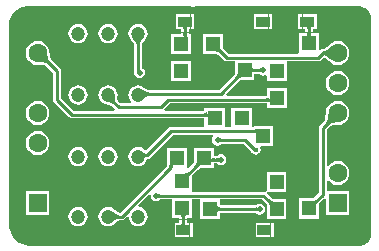
<source format=gbl>
G04*
G04 #@! TF.GenerationSoftware,Altium Limited,Altium Designer,22.0.2 (36)*
G04*
G04 Layer_Physical_Order=2*
G04 Layer_Color=16711680*
%FSTAX25Y25*%
%MOIN*%
G70*
G04*
G04 #@! TF.SameCoordinates,371D3646-10FE-40E0-BBDF-05722AEB6D60*
G04*
G04*
G04 #@! TF.FilePolarity,Positive*
G04*
G01*
G75*
%ADD10C,0.01000*%
%ADD24C,0.00197*%
%ADD25C,0.00004*%
%ADD26R,0.04724X0.03347*%
%ADD27R,0.05000X0.05118*%
%ADD28R,0.05118X0.05000*%
%ADD39R,0.06299X0.06299*%
%ADD40C,0.06299*%
%ADD41C,0.04724*%
%ADD42C,0.02000*%
%ADD43C,0.01700*%
G36*
X0315094Y0374594D02*
X0315094Y0374594D01*
X0423861Y03745D01*
X0424254Y0374574D01*
X0425053Y0374565D01*
X0425835Y03744D01*
X0426569Y0374086D01*
X0427229Y0373635D01*
X0427787Y0373063D01*
X0428224Y0372394D01*
X0428495Y0371719D01*
X0428594Y037126D01*
X0428594Y037126D01*
X0428594Y037126D01*
X0428594Y029876D01*
X0428545Y0298366D01*
X0428295Y0297612D01*
X0427903Y0296922D01*
X0427383Y0296322D01*
X0426756Y0295834D01*
X0426046Y0295478D01*
X0425281Y0295268D01*
X0424577Y0295217D01*
X0424094Y029526D01*
X0424094Y029526D01*
X0315094D01*
X0314454Y029526D01*
X0313198Y029551D01*
X0312016Y0296D01*
X0310951Y0296711D01*
X0310046Y0297616D01*
X0309334Y0298681D01*
X0308844Y0299864D01*
X0308594Y030112D01*
X0308594Y030176D01*
X0308594Y0368595D01*
X0308619Y036921D01*
X0308908Y0370408D01*
X0309424Y0371527D01*
X0310149Y0372523D01*
X0311055Y0373359D01*
X0312106Y0374002D01*
X0313262Y0374427D01*
X0314479Y0374619D01*
X0315094Y0374594D01*
D02*
G37*
%LPC*%
G36*
X0396182Y0371973D02*
X0389857D01*
Y0367027D01*
X0396182D01*
Y0371973D01*
D02*
G37*
G36*
X03415Y0368689D02*
X0340674Y0368581D01*
X0339905Y0368262D01*
X0339245Y0367755D01*
X0338738Y0367095D01*
X0338419Y0366325D01*
X0338311Y03655D01*
X0338419Y0364674D01*
X0338738Y0363905D01*
X0339245Y0363245D01*
X0339905Y0362738D01*
X0340674Y0362419D01*
X03415Y0362311D01*
X0342325Y0362419D01*
X0343095Y0362738D01*
X0343755Y0363245D01*
X0344262Y0363905D01*
X0344581Y0364674D01*
X0344689Y03655D01*
X0344581Y0366325D01*
X0344262Y0367095D01*
X0343755Y0367755D01*
X0343095Y0368262D01*
X0342325Y0368581D01*
X03415Y0368689D01*
D02*
G37*
G36*
X03315D02*
X0330675Y0368581D01*
X0329905Y0368262D01*
X0329245Y0367755D01*
X0328738Y0367095D01*
X0328419Y0366325D01*
X032831Y03655D01*
X0328419Y0364674D01*
X0328738Y0363905D01*
X0329245Y0363245D01*
X0329905Y0362738D01*
X0330675Y0362419D01*
X03315Y0362311D01*
X0332326Y0362419D01*
X0333095Y0362738D01*
X0333755Y0363245D01*
X0334262Y0363905D01*
X0334581Y0364674D01*
X0334689Y03655D01*
X0334581Y0366325D01*
X0334262Y0367095D01*
X0333755Y0367755D01*
X0333095Y0368262D01*
X0332326Y0368581D01*
X03315Y0368689D01*
D02*
G37*
G36*
X0411143Y0371973D02*
X0404818D01*
Y0367027D01*
X0407074D01*
Y0365567D01*
X04051D01*
Y0358849D01*
X040461Y0358825D01*
X038157D01*
X0380104Y0360292D01*
X0379951Y0360456D01*
X0379845Y0360588D01*
X0379804Y0360647D01*
Y0365376D01*
X0373204D01*
Y0358658D01*
X0377938D01*
X037797Y0358636D01*
X0378242Y0358404D01*
X0380084Y0356563D01*
X0380514Y0356275D01*
X0381021Y0356174D01*
X03837D01*
Y0351933D01*
X0383665Y0351883D01*
X0383439Y0351617D01*
X0378593Y034677D01*
X0354985D01*
X0354907Y0346783D01*
X035478Y0346816D01*
X0354629Y0346868D01*
X0354455Y034694D01*
X0354276Y0347025D01*
X0353561Y0347443D01*
X0353301Y0347618D01*
X035326Y0347635D01*
X0353095Y0347762D01*
X0352326Y0348081D01*
X03515Y0348189D01*
X0350675Y0348081D01*
X0349905Y0347762D01*
X0349245Y0347255D01*
X0348738Y0346595D01*
X0348419Y0345826D01*
X034831Y0345D01*
X0348419Y0344175D01*
X0348738Y0343405D01*
X0349183Y0342826D01*
X0349047Y0342325D01*
X0345549D01*
X0344785Y034309D01*
X0344741Y0343155D01*
X0344694Y0343246D01*
X0344654Y0343355D01*
X0344621Y0343486D01*
X0344597Y034364D01*
X0344585Y0343818D01*
X0344587Y034402D01*
X0344604Y0344245D01*
X034464Y0344514D01*
X0344636Y034459D01*
X0344689Y0345D01*
X0344581Y0345826D01*
X0344262Y0346595D01*
X0343755Y0347255D01*
X0343095Y0347762D01*
X0342325Y0348081D01*
X03415Y0348189D01*
X0340674Y0348081D01*
X0339905Y0347762D01*
X0339245Y0347255D01*
X0338738Y0346595D01*
X0338419Y0345826D01*
X0338311Y0345D01*
X0338419Y0344175D01*
X0338738Y0343405D01*
X0339245Y0342745D01*
X0339905Y0342238D01*
X0340674Y0341919D01*
X0340978Y0341879D01*
X0341044Y0341855D01*
X034136Y0341806D01*
X034163Y0341754D01*
X0342126Y034163D01*
X0342315Y0341567D01*
X0342485Y03415D01*
X0342626Y0341433D01*
X0342737Y0341369D01*
X0342803Y0341323D01*
X03438Y0340325D01*
X0343593Y0339826D01*
X0330049D01*
X0325826Y0344049D01*
Y0352914D01*
X0325725Y0353421D01*
X0325437Y0353852D01*
X032257Y0356719D01*
X0322498Y035683D01*
X0322417Y0356989D01*
X0322335Y0357195D01*
X0322255Y0357446D01*
X0322183Y0357724D01*
X0321994Y0358887D01*
X0321984Y0358999D01*
X0321984Y0359D01*
X0321983Y0359004D01*
X0321951Y035934D01*
X032193Y0359409D01*
X0321848Y0360031D01*
X032145Y0360992D01*
X0320817Y0361817D01*
X0319992Y036245D01*
X0319031Y0362848D01*
X0318Y0362984D01*
X0316969Y0362848D01*
X0316008Y036245D01*
X0315183Y0361817D01*
X031455Y0360992D01*
X0314152Y0360031D01*
X0314016Y0359D01*
X0314152Y0357969D01*
X031455Y0357008D01*
X0315183Y0356183D01*
X0316008Y035555D01*
X0316969Y0355152D01*
X0318Y0355016D01*
X0318327Y0355059D01*
X0318374Y0355053D01*
X0319197Y0355104D01*
X0319525Y03551D01*
X0319824Y0355078D01*
X0320086Y035504D01*
X0320309Y0354988D01*
X0320492Y0354927D01*
X0320638Y0354859D01*
X032075Y0354789D01*
X032076Y0354779D01*
X0323175Y0352365D01*
Y03435D01*
X0323275Y0342993D01*
X0323563Y0342563D01*
X0328563Y0337563D01*
X0328993Y0337275D01*
X03295Y0337175D01*
X0373641D01*
Y0334326D01*
X03625D01*
X0361993Y0334225D01*
X0361563Y0333937D01*
X0354295Y032667D01*
X0353796Y0326702D01*
X0353755Y0326755D01*
X0353095Y0327262D01*
X0352326Y0327581D01*
X03515Y032769D01*
X0350675Y0327581D01*
X0349905Y0327262D01*
X0349245Y0326755D01*
X0348738Y0326095D01*
X0348419Y0325325D01*
X034831Y03245D01*
X0348419Y0323675D01*
X0348738Y0322905D01*
X0349245Y0322245D01*
X0349905Y0321738D01*
X0350675Y0321419D01*
X03515Y032131D01*
X0352326Y0321419D01*
X0353095Y0321738D01*
X0353755Y0322245D01*
X0354262Y0322905D01*
X0354581Y0323675D01*
X0354581Y0323675D01*
X0354988Y0323756D01*
X0355418Y0324044D01*
X0363049Y0331675D01*
X0376435D01*
X037662Y0331174D01*
X0376304Y0330702D01*
X0376165Y033D01*
X0376304Y0329298D01*
X0376702Y0328702D01*
X0377298Y0328304D01*
X0378Y0328165D01*
X0378702Y0328304D01*
X0379248Y0328669D01*
X0379264Y0328672D01*
X0379298Y0328675D01*
X038668D01*
X0389089Y0326266D01*
X0389112Y0326152D01*
X0389477Y0325606D01*
X0390022Y0325241D01*
X0390666Y0325113D01*
X039131Y0325241D01*
X0391856Y0325606D01*
X039222Y0326152D01*
X0392349Y0326796D01*
X039222Y0327439D01*
X0392171Y0327514D01*
X0392438Y0328014D01*
X0396616D01*
Y0334732D01*
X0390842D01*
X0390823Y0334735D01*
X0390805Y0334732D01*
X0390016D01*
Y0334326D01*
X0389359D01*
Y03408D01*
X0382641D01*
Y0334326D01*
X0380359D01*
Y03408D01*
X0373641D01*
Y0339826D01*
X0360407D01*
X03602Y0340325D01*
X0362049Y0342175D01*
X0394475D01*
Y0340634D01*
X0401075D01*
Y0347352D01*
X0394475D01*
Y0344826D01*
X038105D01*
X0380859Y0345287D01*
X038522Y0349649D01*
X038539Y0349807D01*
X0385525Y0349916D01*
X0385565Y0349944D01*
X03903D01*
Y0351978D01*
X0391912D01*
X0391923Y0351976D01*
X0391949Y0351972D01*
X0392495Y0351607D01*
X0393197Y0351468D01*
X0393899Y0351607D01*
X0394034Y0351698D01*
X0394475Y0351462D01*
Y0349634D01*
X0401075D01*
Y0356174D01*
X04115D01*
X0412007Y0356275D01*
X0412437Y0356563D01*
X0413453Y0357579D01*
X0413616Y0357505D01*
X0413824Y0357389D01*
X0414051Y0357238D01*
X0414287Y0357058D01*
X0414834Y0356567D01*
X0415088Y0356308D01*
X0415183Y0356183D01*
X0416008Y035555D01*
X0416969Y0355152D01*
X0418Y0355016D01*
X0419031Y0355152D01*
X0419992Y035555D01*
X0420817Y0356183D01*
X042145Y0357008D01*
X0421848Y0357969D01*
X0421984Y0359D01*
X0421848Y0360031D01*
X042145Y0360992D01*
X0420817Y0361817D01*
X0419992Y036245D01*
X0419031Y0362848D01*
X0418Y0362984D01*
X0416969Y0362848D01*
X0416008Y036245D01*
X0415183Y0361817D01*
X0415093Y0361699D01*
X0414547Y0361163D01*
X0414295Y0360948D01*
X0414051Y0360762D01*
X0413824Y0360611D01*
X0413616Y0360494D01*
X0413428Y036041D01*
X0413264Y0360356D01*
X0413122Y0360326D01*
X0413109Y0360326D01*
X0413D01*
X0412493Y0360225D01*
X04122Y0360029D01*
X04117Y0360226D01*
Y0365567D01*
X0409726D01*
Y0367027D01*
X0411143D01*
Y0371973D01*
D02*
G37*
G36*
X0370182D02*
X0363857D01*
Y0367027D01*
X0365694D01*
Y0365418D01*
X0362621D01*
Y03587D01*
X0369221D01*
Y0365418D01*
X0368345D01*
Y0367027D01*
X0370182D01*
Y0371973D01*
D02*
G37*
G36*
X03515Y0368689D02*
X0350675Y0368581D01*
X0349905Y0368262D01*
X0349245Y0367755D01*
X0348738Y0367095D01*
X0348419Y0366325D01*
X034831Y03655D01*
X0348419Y0364674D01*
X0348738Y0363905D01*
X0349245Y0363245D01*
X0349303Y03632D01*
X0349645Y0362834D01*
X0349784Y0362662D01*
X0349904Y0362493D01*
X0350001Y0362337D01*
X0350074Y0362194D01*
X0350126Y0362067D01*
X035016Y0361955D01*
X0350174Y0361874D01*
Y0353271D01*
X0350224Y035302D01*
X0350232Y0352839D01*
X0350165Y03525D01*
X0350304Y0351798D01*
X0350702Y0351202D01*
X0351298Y0350804D01*
X0352Y0350665D01*
X0352702Y0350804D01*
X0353298Y0351202D01*
X0353696Y0351798D01*
X0353835Y03525D01*
X0353696Y0353202D01*
X0353298Y0353798D01*
X0352825Y0354113D01*
Y0361874D01*
X035284Y0361955D01*
X0352874Y0362067D01*
X0352926Y0362194D01*
X0352999Y0362337D01*
X0353096Y0362493D01*
X0353209Y0362653D01*
X0353537Y0363039D01*
X0353688Y0363193D01*
X0353755Y0363245D01*
X0354262Y0363905D01*
X0354581Y0364674D01*
X035469Y03655D01*
X0354581Y0366325D01*
X0354262Y0367095D01*
X0353755Y0367755D01*
X0353095Y0368262D01*
X0352326Y0368581D01*
X03515Y0368689D01*
D02*
G37*
G36*
X0369221Y0356418D02*
X0362621D01*
Y03497D01*
X0369221D01*
Y0356418D01*
D02*
G37*
G36*
X0418Y0352984D02*
X0416969Y0352848D01*
X0416008Y035245D01*
X0415183Y0351817D01*
X041455Y0350992D01*
X0414152Y0350031D01*
X0414016Y0349D01*
X0414152Y0347969D01*
X041455Y0347008D01*
X0415183Y0346183D01*
X0416008Y034555D01*
X0416969Y0345152D01*
X0418Y0345016D01*
X0419031Y0345152D01*
X0419992Y034555D01*
X0420817Y0346183D01*
X042145Y0347008D01*
X0421848Y0347969D01*
X0421984Y0349D01*
X0421848Y0350031D01*
X042145Y0350992D01*
X0420817Y0351817D01*
X0419992Y035245D01*
X0419031Y0352848D01*
X0418Y0352984D01*
D02*
G37*
G36*
X03315Y0348189D02*
X0330675Y0348081D01*
X0329905Y0347762D01*
X0329245Y0347255D01*
X0328738Y0346595D01*
X0328419Y0345826D01*
X032831Y0345D01*
X0328419Y0344175D01*
X0328738Y0343405D01*
X0329245Y0342745D01*
X0329905Y0342238D01*
X0330675Y0341919D01*
X03315Y034181D01*
X0332326Y0341919D01*
X0333095Y0342238D01*
X0333755Y0342745D01*
X0334262Y0343405D01*
X0334581Y0344175D01*
X0334689Y0345D01*
X0334581Y0345826D01*
X0334262Y0346595D01*
X0333755Y0347255D01*
X0333095Y0347762D01*
X0332326Y0348081D01*
X03315Y0348189D01*
D02*
G37*
G36*
X0418Y0342984D02*
X0416969Y0342848D01*
X0416008Y034245D01*
X0415183Y0341817D01*
X041455Y0340992D01*
X0414152Y0340031D01*
X0414016Y0339D01*
X0414034Y0338864D01*
X0414032Y0338537D01*
X0413982Y0337765D01*
X0413939Y0337455D01*
X0413883Y0337175D01*
X0413818Y0336937D01*
X0413747Y0336741D01*
X0413672Y0336588D01*
X04136Y0336475D01*
X0413596Y033647D01*
X0412063Y0334937D01*
X0411775Y0334507D01*
X0411674Y0334D01*
Y031234D01*
X041018Y0310845D01*
X041001Y0310687D01*
X0409875Y0310578D01*
X0409835Y031055D01*
X04051D01*
Y0303832D01*
X04117D01*
Y0308561D01*
X0411735Y0308611D01*
X0411961Y0308877D01*
X041355Y0310467D01*
X041405Y0310259D01*
Y030505D01*
X042195D01*
Y031295D01*
X0414326D01*
Y0316479D01*
X0414825Y0316649D01*
X0415183Y0316183D01*
X0416008Y031555D01*
X0416969Y0315152D01*
X0418Y0315016D01*
X0419031Y0315152D01*
X0419992Y031555D01*
X0420817Y0316183D01*
X042145Y0317008D01*
X0421848Y0317969D01*
X0421984Y0319D01*
X0421848Y0320031D01*
X042145Y0320992D01*
X0420817Y0321817D01*
X0419992Y032245D01*
X0419031Y0322848D01*
X0418Y0322984D01*
X0416969Y0322848D01*
X0416008Y032245D01*
X0415183Y0321817D01*
X0414825Y0321351D01*
X0414326Y032152D01*
Y0333451D01*
X041547Y0334596D01*
X0415475Y03346D01*
X0415588Y0334672D01*
X0415741Y0334747D01*
X0415937Y0334818D01*
X0416175Y0334883D01*
X0416455Y0334939D01*
X0416765Y0334982D01*
X0417537Y0335032D01*
X0417864Y0335034D01*
X0418Y0335016D01*
X0419031Y0335152D01*
X0419992Y033555D01*
X0420817Y0336183D01*
X042145Y0337008D01*
X0421848Y0337969D01*
X0421984Y0339D01*
X0421848Y0340031D01*
X042145Y0340992D01*
X0420817Y0341817D01*
X0419992Y034245D01*
X0419031Y0342848D01*
X0418Y0342984D01*
D02*
G37*
G36*
X0318D02*
X0316969Y0342848D01*
X0316008Y034245D01*
X0315183Y0341817D01*
X031455Y0340992D01*
X0314152Y0340031D01*
X0314016Y0339D01*
X0314152Y0337969D01*
X031455Y0337008D01*
X0315183Y0336183D01*
X0316008Y033555D01*
X0316969Y0335152D01*
X0318Y0335016D01*
X0319031Y0335152D01*
X0319992Y033555D01*
X0320817Y0336183D01*
X032145Y0337008D01*
X0321848Y0337969D01*
X0321984Y0339D01*
X0321848Y0340031D01*
X032145Y0340992D01*
X0320817Y0341817D01*
X0319992Y034245D01*
X0319031Y0342848D01*
X0318Y0342984D01*
D02*
G37*
G36*
Y0332984D02*
X0316969Y0332848D01*
X0316008Y033245D01*
X0315183Y0331817D01*
X031455Y0330992D01*
X0314152Y0330031D01*
X0314016Y0329D01*
X0314152Y0327969D01*
X031455Y0327008D01*
X0315183Y0326183D01*
X0316008Y032555D01*
X0316969Y0325152D01*
X0318Y0325016D01*
X0319031Y0325152D01*
X0319992Y032555D01*
X0320817Y0326183D01*
X032145Y0327008D01*
X0321848Y0327969D01*
X0321984Y0329D01*
X0321848Y0330031D01*
X032145Y0330992D01*
X0320817Y0331817D01*
X0319992Y033245D01*
X0319031Y0332848D01*
X0318Y0332984D01*
D02*
G37*
G36*
X03415Y032769D02*
X0340674Y0327581D01*
X0339905Y0327262D01*
X0339245Y0326755D01*
X0338738Y0326095D01*
X0338419Y0325325D01*
X0338311Y03245D01*
X0338419Y0323675D01*
X0338738Y0322905D01*
X0339245Y0322245D01*
X0339905Y0321738D01*
X0340674Y0321419D01*
X03415Y032131D01*
X0342325Y0321419D01*
X0343095Y0321738D01*
X0343755Y0322245D01*
X0344262Y0322905D01*
X0344581Y0323675D01*
X0344689Y03245D01*
X0344581Y0325325D01*
X0344262Y0326095D01*
X0343755Y0326755D01*
X0343095Y0327262D01*
X0342325Y0327581D01*
X03415Y032769D01*
D02*
G37*
G36*
X03315D02*
X0330675Y0327581D01*
X0329905Y0327262D01*
X0329245Y0326755D01*
X0328738Y0326095D01*
X0328419Y0325325D01*
X032831Y03245D01*
X0328419Y0323675D01*
X0328738Y0322905D01*
X0329245Y0322245D01*
X0329905Y0321738D01*
X0330675Y0321419D01*
X03315Y032131D01*
X0332326Y0321419D01*
X0333095Y0321738D01*
X0333755Y0322245D01*
X0334262Y0322905D01*
X0334581Y0323675D01*
X0334689Y03245D01*
X0334581Y0325325D01*
X0334262Y0326095D01*
X0333755Y0326755D01*
X0333095Y0327262D01*
X0332326Y0327581D01*
X03315Y032769D01*
D02*
G37*
G36*
X0376859Y03273D02*
X0370141D01*
Y0322849D01*
X0370139Y0322842D01*
X0370141Y0322827D01*
Y0322486D01*
X0370123Y032246D01*
X0369888Y0322184D01*
X0368327Y0320623D01*
X0368288Y0320642D01*
X0368288Y0320642D01*
X0367859Y0320862D01*
X0367859Y0321133D01*
Y03273D01*
X0361141D01*
Y0322128D01*
X0361116Y0322D01*
Y032149D01*
X0345451Y0305825D01*
X0345126D01*
X0345045Y030584D01*
X0344933Y0305874D01*
X0344806Y0305926D01*
X0344663Y0305999D01*
X0344507Y0306096D01*
X0344347Y0306209D01*
X0343961Y0306537D01*
X0343807Y0306688D01*
X0343755Y0306755D01*
X0343095Y0307262D01*
X0342325Y0307581D01*
X03415Y0307689D01*
X0340674Y0307581D01*
X0339905Y0307262D01*
X0339245Y0306755D01*
X0338738Y0306095D01*
X0338419Y0305326D01*
X0338311Y03045D01*
X0338419Y0303675D01*
X0338738Y0302905D01*
X0339245Y0302245D01*
X0339905Y0301738D01*
X0340674Y0301419D01*
X03415Y030131D01*
X0342325Y0301419D01*
X0343095Y0301738D01*
X0343755Y0302245D01*
X03438Y0302303D01*
X0344166Y0302645D01*
X0344338Y0302784D01*
X0344507Y0302905D01*
X0344663Y0303001D01*
X0344806Y0303074D01*
X0344933Y0303126D01*
X0345045Y030316D01*
X0345126Y0303174D01*
X0346D01*
X0346507Y0303275D01*
X0346937Y0303563D01*
X0347817Y0304442D01*
X0348342Y030426D01*
X0348419Y0303675D01*
X0348738Y0302905D01*
X0349245Y0302245D01*
X0349905Y0301738D01*
X0350675Y0301419D01*
X03515Y030131D01*
X0352326Y0301419D01*
X0353095Y0301738D01*
X0353755Y0302245D01*
X0354262Y0302905D01*
X0354581Y0303675D01*
X035469Y03045D01*
X0354581Y0305326D01*
X0354262Y0306095D01*
X0353755Y0306755D01*
X0353095Y0307262D01*
X0352326Y0307581D01*
X035174Y0307658D01*
X0351558Y0308183D01*
X0355225Y031185D01*
X0355685Y0311604D01*
X0355665Y03115D01*
X0355804Y0310798D01*
X0356202Y0310202D01*
X0356798Y0309804D01*
X03575Y0309665D01*
X0358202Y0309804D01*
X0358748Y0310169D01*
X0358764Y0310172D01*
X0358798Y0310174D01*
X0362779D01*
Y0304082D01*
X0365194D01*
Y0302473D01*
X0363357D01*
Y0297527D01*
X0369682D01*
Y0302473D01*
X0367845D01*
Y0304082D01*
X0369379D01*
Y0310174D01*
X03722D01*
Y0303641D01*
X03788D01*
Y0305675D01*
X0390715D01*
X0390726Y0305673D01*
X0390752Y0305669D01*
X0391298Y0305304D01*
X0392Y0305165D01*
X0392702Y0305304D01*
X0393298Y0305702D01*
X0393696Y0306298D01*
X0393835Y0307D01*
X0393696Y0307702D01*
X0393298Y0308298D01*
X0392702Y0308696D01*
X0392Y0308835D01*
X0391298Y0308696D01*
X0390752Y0308331D01*
X0390736Y0308328D01*
X0390702Y0308326D01*
X03788D01*
Y0310174D01*
X0392752D01*
X0394069Y0308857D01*
X0394222Y0308693D01*
X0394328Y0308561D01*
X039437Y0308502D01*
Y0303773D01*
X040097D01*
Y0310491D01*
X0396235D01*
X0396204Y0310513D01*
X0395931Y0310745D01*
X0394403Y0312273D01*
X039461Y0312772D01*
X0394796Y0312773D01*
X040097D01*
Y0319491D01*
X039437D01*
Y0313185D01*
X039437Y0312951D01*
X039392Y031265D01*
X0393808Y0312725D01*
X0393301Y0312825D01*
X0369773D01*
X0369379Y0313082D01*
X0369379Y0313326D01*
Y0317873D01*
X0369407Y0317913D01*
X0369636Y0318183D01*
X0371619Y0320165D01*
X0371993Y0320495D01*
X0372154Y0320617D01*
X037228Y03207D01*
X0376859D01*
Y0322175D01*
X0377757D01*
X0377768Y0322173D01*
X0377794Y0322169D01*
X037834Y0321804D01*
X0379042Y0321665D01*
X0379745Y0321804D01*
X038034Y0322202D01*
X0380738Y0322798D01*
X0380877Y03235D01*
X0380738Y0324202D01*
X038034Y0324798D01*
X0379745Y0325196D01*
X0379042Y0325335D01*
X037834Y0325196D01*
X0377794Y0324831D01*
X0377778Y0324828D01*
X0377745Y0324826D01*
X0376859D01*
Y03273D01*
D02*
G37*
G36*
X032195Y031295D02*
X031405D01*
Y030505D01*
X032195D01*
Y031295D01*
D02*
G37*
G36*
X03315Y0307689D02*
X0330675Y0307581D01*
X0329905Y0307262D01*
X0329245Y0306755D01*
X0328738Y0306095D01*
X0328419Y0305326D01*
X032831Y03045D01*
X0328419Y0303675D01*
X0328738Y0302905D01*
X0329245Y0302245D01*
X0329905Y0301738D01*
X0330675Y0301419D01*
X03315Y030131D01*
X0332326Y0301419D01*
X0333095Y0301738D01*
X0333755Y0302245D01*
X0334262Y0302905D01*
X0334581Y0303675D01*
X0334689Y03045D01*
X0334581Y0305326D01*
X0334262Y0306095D01*
X0333755Y0306755D01*
X0333095Y0307262D01*
X0332326Y0307581D01*
X03315Y0307689D01*
D02*
G37*
G36*
X0396682Y0302473D02*
X0390357D01*
Y0297527D01*
X0396682D01*
Y0302473D01*
D02*
G37*
%LPD*%
G36*
X0409305Y0367841D02*
X040922Y036781D01*
X0409145Y036776D01*
X040908Y0367689D01*
X0409025Y0367598D01*
X040898Y0367487D01*
X0408945Y0367355D01*
X040892Y0367203D01*
X0408905Y0367031D01*
X04089Y0366839D01*
X04079D01*
X0407895Y0367031D01*
X040788Y0367203D01*
X0407855Y0367355D01*
X040782Y0367487D01*
X0407775Y0367598D01*
X040772Y0367689D01*
X0407655Y036776D01*
X040758Y036781D01*
X0407495Y0367841D01*
X04074Y0367851D01*
X04094D01*
X0409305Y0367841D01*
D02*
G37*
G36*
X0408905Y0365563D02*
X040892Y036539D01*
X0408945Y0365239D01*
X040898Y0365107D01*
X0409025Y0364996D01*
X040908Y0364905D01*
X0409145Y0364834D01*
X040922Y0364783D01*
X0409305Y0364753D01*
X04094Y0364743D01*
X04074D01*
X0407495Y0364753D01*
X040758Y0364783D01*
X0407655Y0364834D01*
X040772Y0364905D01*
X0407775Y0364996D01*
X040782Y0365107D01*
X0407855Y0365239D01*
X040788Y036539D01*
X0407895Y0365563D01*
X04079Y0365755D01*
X04089D01*
X0408905Y0365563D01*
D02*
G37*
G36*
X0408902Y0363566D02*
X0408918Y0363373D01*
X0408932Y0363287D01*
X040895Y0363208D01*
X0408972Y0363136D01*
X0408998Y0363072D01*
X0409028Y0363015D01*
X0409062Y0362965D01*
X04091Y0362922D01*
X04077D01*
X0407738Y0362965D01*
X0407772Y0363015D01*
X0407802Y0363072D01*
X0407828Y0363136D01*
X040785Y0363208D01*
X0407868Y0363287D01*
X0407882Y0363373D01*
X0407892Y0363466D01*
X04079Y0363674D01*
X04089D01*
X0408902Y0363566D01*
D02*
G37*
G36*
X0377507Y036195D02*
X0377519Y0361891D01*
X0377538Y0361829D01*
X0377565Y0361765D01*
X03776Y0361699D01*
X0377643Y0361631D01*
X0377694Y036156D01*
X0377753Y0361487D01*
X0377894Y0361334D01*
X0377187Y0360627D01*
X0377109Y0360702D01*
X0376961Y0360827D01*
X037689Y0360878D01*
X0376822Y0360921D01*
X0376756Y0360956D01*
X0376692Y0360983D01*
X037663Y0361003D01*
X0376571Y0361014D01*
X0376514Y0361017D01*
X0377504Y0362007D01*
X0377507Y036195D01*
D02*
G37*
G36*
X0378927Y0360864D02*
X0378902Y0360771D01*
X0378905Y0360664D01*
X0378935Y0360543D01*
X0378993Y0360409D01*
X0379079Y0360261D01*
X0379192Y0360099D01*
X0379333Y0359923D01*
X0379699Y0359529D01*
X0379051Y0358763D01*
X0378842Y0358965D01*
X0378469Y0359282D01*
X0378306Y0359397D01*
X0378157Y0359484D01*
X0378023Y0359541D01*
X0377904Y035957D01*
X03778Y035957D01*
X0377711Y035954D01*
X0377637Y0359482D01*
X037898Y0360944D01*
X0378927Y0360864D01*
D02*
G37*
G36*
X0415707Y0356841D02*
X0415399Y0357156D01*
X0414807Y0357687D01*
X0414524Y0357903D01*
X0414249Y0358085D01*
X0413983Y0358235D01*
X0413725Y0358351D01*
X0413475Y0358434D01*
X0413234Y0358483D01*
X0413001Y03585D01*
Y03595D01*
X0413234Y0359517D01*
X0413475Y0359566D01*
X0413725Y0359649D01*
X0413983Y0359765D01*
X0414249Y0359915D01*
X0414524Y0360097D01*
X0414807Y0360313D01*
X0415099Y0360562D01*
X0415707Y0361159D01*
Y0356841D01*
D02*
G37*
G36*
X0321185Y0358782D02*
X0321384Y0357557D01*
X0321471Y035722D01*
X0321567Y0356919D01*
X0321673Y0356653D01*
X032179Y0356423D01*
X0321916Y0356228D01*
X0322052Y0356069D01*
X0321412Y0355295D01*
X0321236Y0355446D01*
X032103Y0355576D01*
X0320795Y0355686D01*
X032053Y0355774D01*
X0320236Y0355842D01*
X0319913Y0355889D01*
X031956Y0355915D01*
X0319177Y035592D01*
X0318324Y0355867D01*
X0321139Y0359261D01*
X0321185Y0358782D01*
D02*
G37*
G36*
X0392483Y0352603D02*
X039244Y0352641D01*
X039239Y0352675D01*
X0392333Y0352705D01*
X0392268Y0352731D01*
X0392197Y0352753D01*
X0392118Y0352771D01*
X0392032Y0352785D01*
X0391939Y0352795D01*
X0391731Y0352803D01*
Y0353803D01*
X0391839Y0353805D01*
X0392032Y0353821D01*
X0392118Y0353835D01*
X0392197Y0353853D01*
X0392268Y0353875D01*
X0392333Y0353901D01*
X039239Y0353931D01*
X039244Y0353965D01*
X0392483Y0354003D01*
Y0352603D01*
D02*
G37*
G36*
X0389498Y0354208D02*
X0389528Y0354123D01*
X0389578Y0354048D01*
X0389648Y0353983D01*
X0389738Y0353928D01*
X0389848Y0353883D01*
X0389978Y0353848D01*
X0390128Y0353823D01*
X0390298Y0353808D01*
X0390488Y0353803D01*
Y0352803D01*
X0390298Y0352798D01*
X0390128Y0352783D01*
X0389978Y0352758D01*
X0389848Y0352723D01*
X0389738Y0352678D01*
X0389648Y0352623D01*
X0389578Y0352558D01*
X0389528Y0352483D01*
X0389498Y0352398D01*
X0389488Y0352303D01*
Y0354303D01*
X0389498Y0354208D01*
D02*
G37*
G36*
X0385867Y0350768D02*
X0385793Y0350826D01*
X0385704Y0350855D01*
X03856Y0350855D01*
X0385481Y0350827D01*
X0385347Y0350769D01*
X0385198Y0350683D01*
X0385034Y0350568D01*
X0384856Y0350424D01*
X0384453Y0350049D01*
X0383805Y0350815D01*
X0384001Y0351019D01*
X0384312Y0351384D01*
X0384425Y0351546D01*
X0384511Y0351695D01*
X0384569Y0351829D01*
X0384599Y035195D01*
X0384602Y0352057D01*
X0384577Y035215D01*
X0384524Y0352229D01*
X0385867Y0350768D01*
D02*
G37*
G36*
X0353127Y0346752D02*
X0353894Y0346304D01*
X0354124Y0346194D01*
X0354341Y0346104D01*
X0354546Y0346035D01*
X0354737Y0345985D01*
X0354916Y0345955D01*
X0355082Y0345945D01*
X0355279Y0344945D01*
X0355084Y0344932D01*
X0354893Y0344895D01*
X0354704Y0344832D01*
X0354519Y0344745D01*
X0354336Y0344632D01*
X0354156Y0344495D01*
X035398Y0344332D01*
X0353806Y0344144D01*
X0353636Y0343932D01*
X0353468Y0343694D01*
X0352845Y0346942D01*
X0353127Y0346752D01*
D02*
G37*
G36*
X0395287Y03425D02*
X0395277Y0342595D01*
X0395247Y034268D01*
X0395197Y0342755D01*
X0395127Y034282D01*
X0395037Y0342875D01*
X0394927Y034292D01*
X0394797Y0342955D01*
X0394647Y034298D01*
X0394477Y0342995D01*
X0394287Y0343D01*
Y0344D01*
X0394477Y0344005D01*
X0394647Y034402D01*
X0394797Y0344045D01*
X0394927Y034408D01*
X0395037Y0344125D01*
X0395127Y034418D01*
X0395197Y0344245D01*
X0395247Y034432D01*
X0395277Y0344405D01*
X0395287Y03445D01*
Y03425D01*
D02*
G37*
G36*
X0343793Y034433D02*
X0343772Y0344054D01*
X034377Y0343794D01*
X0343786Y0343551D01*
X0343821Y0343323D01*
X0343874Y0343113D01*
X0343946Y0342919D01*
X0344036Y0342741D01*
X0344145Y0342579D01*
X0344273Y0342434D01*
X0343456Y0341837D01*
X0343328Y034195D01*
X0343178Y0342057D01*
X0343005Y0342156D01*
X034281Y0342249D01*
X0342593Y0342335D01*
X0342353Y0342414D01*
X0341806Y0342551D01*
X0341499Y034261D01*
X034117Y0342661D01*
X0343832Y0344623D01*
X0343793Y034433D01*
D02*
G37*
G36*
X0374465Y03375D02*
X0374455Y0337595D01*
X0374425Y033768D01*
X0374374Y0337755D01*
X0374303Y033782D01*
X0374212Y0337875D01*
X0374101Y033792D01*
X0373969Y0337955D01*
X0373817Y033798D01*
X0373645Y0337995D01*
X0373453Y0338D01*
Y0339D01*
X0373645Y0339005D01*
X0373817Y033902D01*
X0373969Y0339045D01*
X0374101Y033908D01*
X0374212Y0339125D01*
X0374303Y033918D01*
X0374374Y0339245D01*
X0374425Y033932D01*
X0374455Y0339405D01*
X0374465Y03395D01*
Y03375D01*
D02*
G37*
G36*
X039084Y0332D02*
X0390829Y0332095D01*
X0390798Y033218D01*
X0390747Y0332255D01*
X0390676Y033232D01*
X0390585Y0332375D01*
X0390474Y033242D01*
X0390342Y0332455D01*
X0390191Y033248D01*
X0390019Y0332495D01*
X0389828Y03325D01*
Y03335D01*
X0390018Y0333504D01*
X0390338Y0333538D01*
X0390468Y0333567D01*
X0390578Y0333605D01*
X0390668Y0333651D01*
X0390738Y0333706D01*
X0390788Y0333769D01*
X0390818Y033384D01*
X0390828Y033392D01*
X039084Y0332D01*
D02*
G37*
G36*
X039271Y0332688D02*
X0392858Y0332563D01*
X0392929Y0332512D01*
X0392997Y0332469D01*
X0393064Y0332434D01*
X0393127Y0332407D01*
X0393189Y0332387D01*
X0393249Y0332376D01*
X0393306Y0332373D01*
X0392316Y0331383D01*
X0392312Y033144D01*
X0392301Y0331499D01*
X0392282Y0331561D01*
X0392255Y0331625D01*
X039222Y0331691D01*
X0392177Y0331759D01*
X0392126Y033183D01*
X0392067Y0331903D01*
X0391926Y0332056D01*
X0392633Y0332763D01*
X039271Y0332688D01*
D02*
G37*
G36*
X0378757Y0330662D02*
X0378807Y0330628D01*
X0378864Y0330598D01*
X0378928Y0330572D01*
X0379Y033055D01*
X0379079Y0330532D01*
X0379165Y0330518D01*
X0379258Y0330508D01*
X0379466Y03305D01*
Y03295D01*
X0379358Y0329498D01*
X0379165Y0329482D01*
X0379079Y0329468D01*
X0379Y032945D01*
X0378928Y0329428D01*
X0378864Y0329402D01*
X0378807Y0329372D01*
X0378757Y0329338D01*
X0378714Y03293D01*
Y03307D01*
X0378757Y0330662D01*
D02*
G37*
G36*
X0390059Y032788D02*
X0390239Y0327727D01*
X0390291Y0327692D01*
X039034Y0327663D01*
X0390384Y0327643D01*
X0390424Y032763D01*
X0390461Y0327625D01*
X0390493Y0327628D01*
X0389831Y032664D01*
X0389825Y0326655D01*
X0389812Y0326677D01*
X0389792Y0326704D01*
X0389732Y0326777D01*
X038959Y032693D01*
X0389461Y0327061D01*
X0389991Y0327946D01*
X0390059Y032788D01*
D02*
G37*
G36*
X0353559Y0325672D02*
X0353608Y0325632D01*
X035367Y0325597D01*
X0353746Y0325566D01*
X0353835Y032554D01*
X0353937Y0325519D01*
X0354053Y0325502D01*
X0354325Y0325483D01*
X0354481Y0325481D01*
Y0324481D01*
X0354366Y0324478D01*
X0354263Y0324469D01*
X0354171Y0324455D01*
X035409Y0324434D01*
X0354021Y0324408D01*
X0353962Y0324377D01*
X0353916Y0324339D01*
X035388Y0324295D01*
X0353855Y0324246D01*
X0353842Y0324191D01*
X0353524Y0325717D01*
X0353559Y0325672D01*
D02*
G37*
G36*
X0367682Y0368743D02*
X0367648Y0368693D01*
X0367618Y0368636D01*
X0367592Y0368571D01*
X036757Y03685D01*
X0367552Y0368421D01*
X0367538Y0368335D01*
X0367528Y0368242D01*
X036752Y0368034D01*
X036652D01*
X0366518Y0368142D01*
X0366502Y0368335D01*
X0366488Y0368421D01*
X036647Y03685D01*
X0366448Y0368571D01*
X0366422Y0368636D01*
X0366392Y0368693D01*
X0366358Y0368743D01*
X036632Y0368786D01*
X036772D01*
X0367682Y0368743D01*
D02*
G37*
G36*
X0367925Y0367829D02*
X036784Y0367799D01*
X0367765Y0367749D01*
X03677Y0367679D01*
X0367645Y0367589D01*
X03676Y0367479D01*
X0367565Y0367349D01*
X036754Y0367199D01*
X0367525Y0367029D01*
X036752Y0366839D01*
X036652D01*
X0366515Y0367029D01*
X03665Y0367199D01*
X0366475Y0367349D01*
X036644Y0367479D01*
X0366395Y0367589D01*
X036634Y0367679D01*
X0366275Y0367749D01*
X03662Y0367799D01*
X0366115Y0367829D01*
X036602Y0367839D01*
X036802D01*
X0367925Y0367829D01*
D02*
G37*
G36*
X0367525Y0365414D02*
X036754Y0365242D01*
X0367565Y036509D01*
X03676Y0364958D01*
X0367645Y0364847D01*
X03677Y0364756D01*
X0367765Y0364685D01*
X036784Y0364634D01*
X0367925Y0364604D01*
X036802Y0364594D01*
X036602D01*
X0366115Y0364604D01*
X03662Y0364634D01*
X0366275Y0364685D01*
X036634Y0364756D01*
X0366395Y0364847D01*
X036644Y0364958D01*
X0366475Y036509D01*
X03665Y0365242D01*
X0366515Y0365414D01*
X036652Y0365606D01*
X036752D01*
X0367525Y0365414D01*
D02*
G37*
G36*
X0352934Y0363589D02*
X0352565Y0363155D01*
X0352415Y0362944D01*
X0352288Y0362738D01*
X0352185Y0362536D01*
X0352104Y0362339D01*
X0352046Y0362146D01*
X0352011Y0361958D01*
X0352Y0361774D01*
X0351D01*
X0350989Y0361958D01*
X0350954Y0362146D01*
X0350896Y0362339D01*
X0350815Y0362536D01*
X0350712Y0362738D01*
X0350585Y0362944D01*
X0350435Y0363155D01*
X0350262Y036337D01*
X0349847Y0363813D01*
X0353153D01*
X0352934Y0363589D01*
D02*
G37*
G36*
X0352003Y0353992D02*
X035201Y0353893D01*
X0352022Y0353805D01*
X035204Y0353727D01*
X0352062Y0353658D01*
X035209Y03536D01*
X0352122Y0353552D01*
X035216Y0353514D01*
X0352202Y0353486D01*
X0352249Y0353468D01*
X035105Y0352812D01*
X0351Y0353966D01*
X0352Y03541D01*
X0352003Y0353992D01*
D02*
G37*
G36*
X0417969Y0335851D02*
X0417507Y0335847D01*
X0416682Y0335794D01*
X0416319Y0335744D01*
X0415987Y0335678D01*
X0415689Y0335596D01*
X0415422Y0335498D01*
X0415189Y0335385D01*
X0414987Y0335256D01*
X0414818Y0335111D01*
X0414111Y0335818D01*
X0414256Y0335987D01*
X0414385Y0336189D01*
X0414498Y0336422D01*
X0414596Y0336689D01*
X0414678Y0336987D01*
X0414744Y0337319D01*
X0414794Y0337683D01*
X0414848Y0338507D01*
X0414851Y0338968D01*
X0417969Y0335851D01*
D02*
G37*
G36*
X0411595Y0309679D02*
X0411399Y0309475D01*
X0411089Y0309109D01*
X0410975Y0308947D01*
X0410889Y0308799D01*
X0410831Y0308664D01*
X0410801Y0308544D01*
X0410798Y0308437D01*
X0410823Y0308344D01*
X0410876Y0308264D01*
X0409533Y0309726D01*
X0409607Y0309668D01*
X0409696Y0309639D01*
X04098Y0309638D01*
X0409919Y0309667D01*
X0410053Y0309724D01*
X0410202Y0309811D01*
X0410366Y0309926D01*
X0410544Y031007D01*
X0410947Y0310445D01*
X0411595Y0309679D01*
D02*
G37*
G36*
X040979Y0307874D02*
X0409716Y0307796D01*
X040959Y0307648D01*
X0409539Y0307577D01*
X0409496Y0307509D01*
X0409461Y0307443D01*
X0409434Y0307379D01*
X0409415Y0307317D01*
X0409403Y0307258D01*
X04094Y0307201D01*
X040841Y030819D01*
X0408467Y0308194D01*
X0408527Y0308205D01*
X0408588Y0308225D01*
X0408652Y0308252D01*
X0408718Y0308287D01*
X0408787Y030833D01*
X0408857Y0308381D01*
X040893Y0308439D01*
X0409083Y0308581D01*
X040979Y0307874D01*
D02*
G37*
G36*
X0378328Y03228D02*
X0378285Y0322838D01*
X0378235Y0322872D01*
X0378178Y0322902D01*
X0378114Y0322928D01*
X0378042Y032295D01*
X0377963Y0322968D01*
X0377877Y0322982D01*
X0377784Y0322992D01*
X0377576Y0323D01*
Y0324D01*
X0377684Y0324002D01*
X0377877Y0324018D01*
X0377963Y0324032D01*
X0378042Y032405D01*
X0378114Y0324072D01*
X0378178Y0324098D01*
X0378235Y0324128D01*
X0378285Y0324162D01*
X0378328Y03242D01*
Y03228D01*
D02*
G37*
G36*
X0376045Y0324405D02*
X0376076Y032432D01*
X0376126Y0324245D01*
X0376197Y032418D01*
X0376288Y0324125D01*
X0376399Y032408D01*
X0376531Y0324045D01*
X0376683Y032402D01*
X0376855Y0324005D01*
X0377047Y0324D01*
Y0323D01*
X0376855Y0322995D01*
X0376683Y032298D01*
X0376531Y0322955D01*
X0376399Y032292D01*
X0376288Y0322875D01*
X0376197Y032282D01*
X0376126Y0322755D01*
X0376076Y032268D01*
X0376045Y0322595D01*
X0376035Y03225D01*
Y03245D01*
X0376045Y0324405D01*
D02*
G37*
G36*
X0372505Y0321512D02*
X0372417Y0321559D01*
X037231Y0321572D01*
X0372183Y0321551D01*
X0372036Y0321495D01*
X0371869Y0321406D01*
X0371682Y0321283D01*
X0371476Y0321126D01*
X0371003Y032071D01*
X0370737Y0320451D01*
X0370246Y0321374D01*
X037045Y0321585D01*
X0370769Y0321961D01*
X0370885Y0322126D01*
X037097Y0322275D01*
X0371026Y0322409D01*
X0371052Y0322527D01*
X0371049Y032263D01*
X0371016Y0322717D01*
X0370953Y0322788D01*
X0372505Y0321512D01*
D02*
G37*
G36*
X0362999Y0321506D02*
X0362986Y0321489D01*
X0362976Y0321461D01*
X0362966Y0321421D01*
X0362959Y0321369D01*
X0362947Y0321232D01*
X0362941Y0320941D01*
X0361941D01*
X0361953Y0321512D01*
X0363012D01*
X0362999Y0321506D01*
D02*
G37*
G36*
X0369274Y0318988D02*
X0369075Y0318782D01*
X0368761Y0318413D01*
X0368647Y031825D01*
X0368561Y0318101D01*
X0368503Y0317967D01*
X0368474Y0317847D01*
X0368472Y0317742D01*
X0368499Y0317651D01*
X0368555Y0317574D01*
X0367153Y0318976D01*
X0367229Y0318921D01*
X036732Y0318894D01*
X0367426Y0318895D01*
X0367546Y0318924D01*
X036768Y0318982D01*
X0367829Y0319068D01*
X0367992Y0319182D01*
X0368169Y0319325D01*
X0368567Y0319695D01*
X0369274Y0318988D01*
D02*
G37*
G36*
X0358257Y0312162D02*
X0358307Y0312128D01*
X0358364Y0312098D01*
X0358429Y0312072D01*
X03585Y031205D01*
X0358579Y0312032D01*
X0358665Y0312018D01*
X0358758Y0312008D01*
X0358966Y0312D01*
Y0311D01*
X0358858Y0310998D01*
X0358665Y0310982D01*
X0358579Y0310968D01*
X03585Y031095D01*
X0358429Y0310928D01*
X0358364Y0310902D01*
X0358307Y0310872D01*
X0358257Y0310838D01*
X0358214Y03108D01*
Y03122D01*
X0358257Y0312162D01*
D02*
G37*
G36*
X0395331Y0310184D02*
X0395704Y0309867D01*
X0395868Y0309752D01*
X0396017Y0309665D01*
X0396151Y0309608D01*
X039627Y0309579D01*
X0396374Y0309579D01*
X0396463Y0309609D01*
X0396537Y0309667D01*
X0395194Y0308205D01*
X0395246Y0308285D01*
X0395271Y0308378D01*
X0395269Y0308485D01*
X0395238Y0308606D01*
X039518Y030874D01*
X0395094Y0308888D01*
X0394981Y030905D01*
X039484Y0309226D01*
X0394475Y030962D01*
X0395123Y0310386D01*
X0395331Y0310184D01*
D02*
G37*
G36*
X0391286Y03063D02*
X0391243Y0306338D01*
X0391193Y0306372D01*
X0391136Y0306402D01*
X0391072Y0306428D01*
X0391Y030645D01*
X0390921Y0306468D01*
X0390835Y0306482D01*
X0390742Y0306492D01*
X0390534Y03065D01*
Y03075D01*
X0390642Y0307502D01*
X0390835Y0307518D01*
X0390921Y0307532D01*
X0391Y030755D01*
X0391072Y0307572D01*
X0391136Y0307598D01*
X0391193Y0307628D01*
X0391243Y0307662D01*
X0391286Y03077D01*
Y03063D01*
D02*
G37*
G36*
X0376257Y0307662D02*
X0376307Y0307628D01*
X0376364Y0307598D01*
X0376429Y0307572D01*
X03765Y030755D01*
X0376579Y0307532D01*
X0376665Y0307518D01*
X0376758Y0307508D01*
X0376966Y03075D01*
Y03065D01*
X0376858Y0306498D01*
X0376665Y0306482D01*
X0376579Y0306468D01*
X03765Y030645D01*
X0376429Y0306428D01*
X0376364Y0306402D01*
X0376307Y0306372D01*
X0376257Y0306338D01*
X0376214Y03063D01*
Y03077D01*
X0376257Y0307662D01*
D02*
G37*
G36*
X0377986Y0307905D02*
X0378016Y030782D01*
X0378067Y0307745D01*
X0378138Y030768D01*
X0378229Y0307625D01*
X037834Y030758D01*
X0378472Y0307545D01*
X0378624Y030752D01*
X0378796Y0307505D01*
X0378988Y03075D01*
Y03065D01*
X0378796Y0306495D01*
X0378624Y030648D01*
X0378472Y0306455D01*
X037834Y030642D01*
X0378229Y0306375D01*
X0378138Y030632D01*
X0378067Y0306255D01*
X0378016Y030618D01*
X0377986Y0306095D01*
X0377976Y0306D01*
Y0308D01*
X0377986Y0307905D01*
D02*
G37*
G36*
X0367425Y0304896D02*
X036734Y0304865D01*
X0367265Y0304815D01*
X03672Y0304744D01*
X0367145Y0304653D01*
X03671Y0304542D01*
X0367065Y030441D01*
X036704Y0304258D01*
X0367025Y0304086D01*
X036702Y0303894D01*
X036602D01*
X0366015Y0304086D01*
X0366Y0304258D01*
X0365975Y030441D01*
X036594Y0304542D01*
X0365895Y0304653D01*
X036584Y0304744D01*
X0365775Y0304815D01*
X03657Y0304865D01*
X0365615Y0304896D01*
X036552Y0304906D01*
X036752D01*
X0367425Y0304896D01*
D02*
G37*
G36*
X0343411Y0305934D02*
X0343845Y0305565D01*
X0344056Y0305415D01*
X0344262Y0305288D01*
X0344464Y0305185D01*
X0344661Y0305104D01*
X0344854Y0305046D01*
X0345042Y0305012D01*
X0345226Y0305D01*
Y0304D01*
X0345042Y0303989D01*
X0344854Y0303954D01*
X0344661Y0303896D01*
X0344464Y0303815D01*
X0344262Y0303712D01*
X0344056Y0303585D01*
X0343845Y0303435D01*
X034363Y0303262D01*
X0343187Y0302847D01*
Y0306153D01*
X0343411Y0305934D01*
D02*
G37*
G36*
X0367025Y0302469D02*
X036704Y0302297D01*
X0367065Y0302145D01*
X03671Y0302013D01*
X0367145Y0301902D01*
X03672Y0301811D01*
X0367265Y030174D01*
X036734Y030169D01*
X0367425Y0301659D01*
X036752Y0301649D01*
X036552D01*
X0365615Y0301659D01*
X03657Y030169D01*
X0365775Y030174D01*
X036584Y0301811D01*
X0365895Y0301902D01*
X036594Y0302013D01*
X0365975Y0302145D01*
X0366Y0302297D01*
X0366015Y0302469D01*
X036602Y0302661D01*
X036702D01*
X0367025Y0302469D01*
D02*
G37*
G36*
X0367022Y0301358D02*
X0367038Y0301165D01*
X0367052Y0301079D01*
X036707Y0301D01*
X0367092Y0300928D01*
X0367118Y0300864D01*
X0367148Y0300807D01*
X0367182Y0300757D01*
X036722Y0300714D01*
X036582D01*
X0365858Y0300757D01*
X0365892Y0300807D01*
X0365922Y0300864D01*
X0365948Y0300928D01*
X036597Y0301D01*
X0365988Y0301079D01*
X0366002Y0301165D01*
X0366012Y0301258D01*
X036602Y0301466D01*
X036702D01*
X0367022Y0301358D01*
D02*
G37*
D10*
X03515Y03245D02*
X0351981Y0324981D01*
X0346Y03045D02*
X0362441Y0320941D01*
X03415Y03045D02*
X0346D01*
X0351981Y0324981D02*
X0354481D01*
X03625Y0333D01*
X036652Y03D02*
Y0307D01*
X0366079Y0307441D02*
X036652Y0307D01*
X03575Y03115D02*
X0393301D01*
X0366079Y0316441D02*
Y03165D01*
X0371441Y0321862D01*
X0362441Y0320941D02*
Y0322D01*
X0371441Y0321862D02*
Y0322D01*
X0362441D02*
X0364441Y0324D01*
X0371441Y0322D02*
X0373441Y0324D01*
X03735D02*
X0374Y03235D01*
X0364441Y0324D02*
X03645D01*
X0373441D02*
X03735D01*
X0318Y0359D02*
X0318414D01*
X03245Y0352914D01*
Y03435D02*
Y0352914D01*
Y03435D02*
X03295Y03385D01*
X034156Y034444D02*
Y0344635D01*
Y034444D02*
X0345Y0341D01*
X03515Y0353271D02*
X0352Y0352771D01*
X0376Y03385D02*
X0377Y03375D01*
X03295Y03385D02*
X0376D01*
X0345Y0341D02*
X0359D01*
X03615Y03435D01*
X035156Y0344635D02*
X035237Y0345445D01*
X0379142D01*
X0352Y03525D02*
Y0352771D01*
X03515Y0353271D02*
Y03655D01*
X0365921Y0362059D02*
X036702Y0363157D01*
Y03695D01*
X0374Y03235D02*
X0379042D01*
X0378Y033D02*
X0387229D01*
X03755Y0307D02*
X0392D01*
X0387229Y033D02*
X0390434Y0326796D01*
X0390666D01*
X039767Y0307132D02*
Y0307191D01*
X039567Y0309191D02*
X039767Y0307191D01*
X039561Y0309191D02*
X039567D01*
X04084Y0307191D02*
X0413Y0311791D01*
X0393301Y03115D02*
X039561Y0309191D01*
X0413Y0311791D02*
Y0334D01*
X0391688Y0333D02*
X0393316Y0331373D01*
X03625Y0333D02*
X0391688D01*
X03615Y03435D02*
X0397282D01*
X0397775Y0343993D01*
X0379142Y0345445D02*
X0384941Y0351244D01*
X0385D01*
X0387Y0353244D01*
Y0353303D01*
X0393197D01*
X0381021Y03575D02*
X04115D01*
X0376504Y0362017D02*
X0381021Y03575D01*
X0413Y0334D02*
X0418Y0339D01*
X04115Y03575D02*
X0413Y0359D01*
X0418D01*
X04084Y0362208D02*
Y036908D01*
X040798Y03695D02*
X04084Y036908D01*
X0314906Y037424D02*
X031388Y037415D01*
X0312886Y0373884D01*
X0311953Y0373449D01*
X0311109Y0372859D01*
X0310382Y0372131D01*
X0309791Y0371287D01*
X0309356Y0370354D01*
X030909Y036936D01*
X0309Y0368335D01*
X0309Y0301406D02*
X030909Y030038D01*
X0309356Y0299386D01*
X0309791Y0298453D01*
X0310382Y0297609D01*
X0311109Y0296882D01*
X0311953Y0296291D01*
X0312886Y0295856D01*
X031388Y029559D01*
X0314906Y02955D01*
X04285Y0370425D02*
X0428416Y0371377D01*
X0428089Y0372275D01*
X042754Y0373057D01*
X0426807Y0373671D01*
X0425941Y0374074D01*
X0425Y037424D01*
X04255Y02955D02*
X0426492Y0295736D01*
X0427363Y0296268D01*
X0428026Y0297042D01*
X0428418Y0297984D01*
X04285Y0299D01*
X0309Y0301406D02*
Y0368335D01*
X0314901Y0374169D02*
X0425Y037424D01*
X0314906Y02955D02*
X04255Y02955D01*
X04285Y0299D02*
Y0370425D01*
D24*
X0375378Y03D02*
X0375056Y0300886D01*
X0374239Y0301357D01*
X0373311Y0301193D01*
X0372705Y0300471D01*
Y0299529D01*
X0373311Y0298807D01*
X0374239Y0298643D01*
X0375056Y0299114D01*
X0375378Y03D01*
X0375878Y03695D02*
X0375556Y0370386D01*
X0374739Y0370857D01*
X0373811Y0370693D01*
X0373205Y0369971D01*
Y0369029D01*
X0373811Y0368307D01*
X0374739Y0368143D01*
X0375556Y0368614D01*
X0375878Y03695D01*
X0402378Y03D02*
X0402056Y0300886D01*
X0401239Y0301357D01*
X0400311Y0301193D01*
X0399705Y0300471D01*
Y0299529D01*
X0400311Y0298807D01*
X0401239Y0298643D01*
X0402056Y0299114D01*
X0402378Y03D01*
X0401878Y03695D02*
X0401556Y0370386D01*
X0400739Y0370857D01*
X0399811Y0370693D01*
X0399205Y0369971D01*
Y0369029D01*
X0399811Y0368307D01*
X0400739Y0368143D01*
X0401556Y0368614D01*
X0401878Y03695D01*
X0375878Y03695D02*
X0375556Y0370386D01*
X0374739Y0370857D01*
X0373811Y0370693D01*
X0373205Y0369971D01*
Y0369029D01*
X0373811Y0368307D01*
X0374739Y0368143D01*
X0375556Y0368614D01*
X0375878Y03695D01*
X0375378Y03D02*
X0375056Y0300886D01*
X0374239Y0301357D01*
X0373311Y0301193D01*
X0372705Y0300471D01*
Y0299529D01*
X0373311Y0298807D01*
X0374239Y0298643D01*
X0375056Y0299114D01*
X0375378Y03D01*
X0402358D02*
X0402036Y0300886D01*
X040122Y0301357D01*
X0400291Y0301193D01*
X0399686Y0300471D01*
Y0299529D01*
X0400291Y0298807D01*
X040122Y0298643D01*
X0402036Y0299114D01*
X0402358Y03D01*
X0401878Y03695D02*
X0401556Y0370386D01*
X0400739Y0370857D01*
X0399811Y0370693D01*
X0399205Y0369971D01*
Y0369029D01*
X0399811Y0368307D01*
X0400739Y0368143D01*
X0401556Y0368614D01*
X0401878Y03695D01*
X0372032Y03D02*
X0375969D01*
X0374Y0298031D02*
Y0301968D01*
X036337Y0296457D02*
Y0303543D01*
Y0296457D02*
X038463D01*
Y0303543D01*
X036337D02*
X038463D01*
X0372532Y03695D02*
X0376469D01*
X03745Y0367532D02*
Y0371469D01*
X036387Y0365957D02*
Y0373043D01*
Y0365957D02*
X038513D01*
Y0373043D01*
X036387D02*
X038513D01*
X0399032Y03D02*
X0402969D01*
X0401Y0298031D02*
Y0301968D01*
X039037Y0296457D02*
Y0303543D01*
Y0296457D02*
X041163D01*
Y0303543D01*
X039037D02*
X041163D01*
X0398532Y03695D02*
X0402469D01*
X04005Y0367532D02*
Y0371469D01*
X041113Y0365957D02*
Y0373043D01*
X038987D02*
X041113D01*
X038987Y0365957D02*
Y0373043D01*
Y0365957D02*
X041113D01*
X0372532Y03695D02*
X0376469D01*
X03745Y0367532D02*
Y0371469D01*
X038513Y0365957D02*
Y0373043D01*
X036387Y0365957D02*
X038513D01*
X036387D02*
Y0373043D01*
X038513D01*
X0372032Y03D02*
X0375969D01*
X0374Y0298032D02*
Y0301969D01*
X038463Y0296457D02*
Y0303543D01*
X036337Y0296457D02*
X038463D01*
X036337D02*
Y0303543D01*
X038463D01*
X0399012Y03D02*
X0402949D01*
X040098Y0298032D02*
Y0301969D01*
X041161Y0296457D02*
Y0303543D01*
X039035Y0296457D02*
X041161D01*
X039035D02*
Y0303543D01*
X041161D01*
X0398532Y03695D02*
X0402469D01*
X04005Y0367532D02*
Y0371469D01*
X038987Y0365957D02*
Y0373043D01*
X041113D01*
Y0365957D02*
Y0373043D01*
X038987Y0365957D02*
X041113D01*
D25*
X036839Y0296457D02*
Y0303543D01*
Y0296457D02*
X037961D01*
Y0303543D01*
X036839D02*
X037961D01*
X036889Y0365957D02*
Y0373043D01*
Y0365957D02*
X038011D01*
Y0373043D01*
X036889D02*
X038011D01*
X039539Y0296457D02*
Y0303543D01*
Y0296457D02*
X040661D01*
Y0303543D01*
X039539D02*
X040661D01*
X040611Y0365957D02*
Y0373043D01*
X039489D02*
X040611D01*
X039489Y0365957D02*
Y0373043D01*
Y0365957D02*
X040611D01*
X038011Y0365957D02*
Y0373043D01*
X036889Y0365957D02*
X038011D01*
X036889D02*
Y0373043D01*
X038011D01*
X037961Y0296457D02*
Y0303543D01*
X036839Y0296457D02*
X037961D01*
X036839D02*
Y0303543D01*
X037961D01*
X0406591Y0296457D02*
Y0303543D01*
X039537Y0296457D02*
X0406591D01*
X039537D02*
Y0303543D01*
X0406591D01*
X039489Y0365957D02*
Y0373043D01*
X040611D01*
Y0365957D02*
Y0373043D01*
X039489Y0365957D02*
X040611D01*
D26*
X036652Y03D02*
D03*
X038148D02*
D03*
X036702Y03695D02*
D03*
X038198D02*
D03*
X039352Y03D02*
D03*
X040848D02*
D03*
X040798Y03695D02*
D03*
X039302D02*
D03*
D27*
X03755Y0316D02*
D03*
Y0307D02*
D03*
X0366079Y0316441D02*
D03*
Y0307441D02*
D03*
X0376504Y0362017D02*
D03*
Y0353017D02*
D03*
X0365921Y0353059D02*
D03*
Y0362059D02*
D03*
X039767Y0316132D02*
D03*
Y0307132D02*
D03*
X04084Y0307191D02*
D03*
Y0316191D02*
D03*
X0393316Y0331373D02*
D03*
X0393316Y0322373D02*
D03*
X0397775Y0343993D02*
D03*
Y0352993D02*
D03*
X04084Y0353208D02*
D03*
Y0362208D02*
D03*
X0387Y0362303D02*
D03*
Y0353303D02*
D03*
D28*
X03735Y0324D02*
D03*
X03645D02*
D03*
X0377Y03375D02*
D03*
X0386D02*
D03*
D39*
X0418Y0309D02*
D03*
X0318D02*
D03*
D40*
X0418Y0319D02*
D03*
Y0329D02*
D03*
Y0339D02*
D03*
Y0349D02*
D03*
Y0359D02*
D03*
X0318D02*
D03*
Y0349D02*
D03*
Y0339D02*
D03*
Y0329D02*
D03*
Y0319D02*
D03*
D41*
X03515Y03245D02*
D03*
X03415D02*
D03*
X03315D02*
D03*
X03515Y0345D02*
D03*
X03415D02*
D03*
X03315D02*
D03*
Y03045D02*
D03*
X03415D02*
D03*
X03515D02*
D03*
X03315Y03655D02*
D03*
X03415D02*
D03*
X03515D02*
D03*
D42*
X036652Y03D02*
D03*
X03935D02*
D03*
X03755Y0307D02*
D03*
X0392D02*
D03*
X04084Y0307191D02*
D03*
X03575Y03115D02*
D03*
X0397691Y0315941D02*
D03*
X03755Y0316D02*
D03*
X0379042Y03235D02*
D03*
X0378Y033D02*
D03*
X0393316Y0331373D02*
D03*
X0386Y03375D02*
D03*
X0352Y03525D02*
D03*
X0365921Y0352862D02*
D03*
X0397775Y0352993D02*
D03*
X0376504Y0353017D02*
D03*
X0393197Y0353303D02*
D03*
X0376504Y0362017D02*
D03*
X04084Y0362208D02*
D03*
X036702Y03695D02*
D03*
X039302D02*
D03*
D43*
X0390666Y0326796D02*
D03*
M02*

</source>
